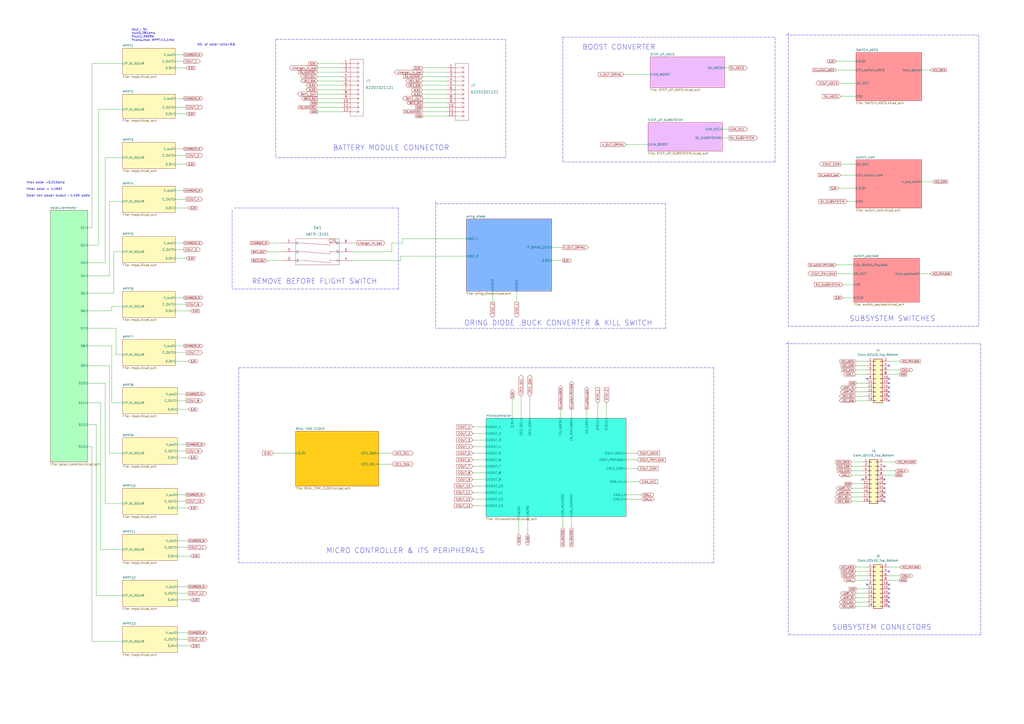
<source format=kicad_sch>
(kicad_sch (version 20211123) (generator eeschema)
  (paper "A2")
  (lib_symbols
    (symbol "2023-02-15_06-51-58:62201021121" (pin_names (offset 0.254) hide)
      (property "Reference" "J2" (at 13.97 -10.16 0))
      (property "Value" "62201021121" (at 13.97 -13.97 0))
      (symbol "62201021121_1_1"
        (pin unspecified line (at 0 0 0) (length 5.08) (name "1") (number "1"))
        (pin unspecified line (at 0 -22.86 0) (length 5.08) (name "10") (number "10"))
        (pin unspecified line (at 0 -25.4 0) (length 5.08) (name "11") (number "11"))
        (pin unspecified line (at 0 -27.94 0) (length 5.08) (name "12") (number "12"))
        (pin unspecified line (at 0 -2.54 0) (length 5.08) (name "2") (number "2"))
        (pin unspecified line (at 0 -5.08 0) (length 5.08) (name "3") (number "3"))
        (pin unspecified line (at 0 -7.62 0) (length 5.08) (name "4") (number "4"))
        (pin unspecified line (at 0 -10.16 0) (length 5.08) (name "5") (number "5"))
        (pin unspecified line (at 0 -12.7 0) (length 5.08) (name "6") (number "6"))
        (pin unspecified line (at 0 -15.24 0) (length 5.08) (name "7") (number "7"))
        (pin unspecified line (at 0 -17.78 0) (length 5.08) (name "8") (number "8"))
        (pin unspecified line (at 0 -20.32 0) (length 5.08) (name "9") (number "9"))
      )
    )
    (symbol "2023-02-20_09-50-45:A6FR-3101" (pin_names (offset 0.254))
      (property "Reference" "SW" (at 20.32 7.62 0))
      (property "Value" "A6FR-3101" (at 20.32 5.08 0))
      (symbol "A6FR-3101_0_0"
        (text "ON" (at 29.21 1.27 0) (effects (font (size 2.0828 2.0828))))
      )
      (symbol "A6FR-3101_1_1"
        (pin unspecified line (at 0 0 0) (length 7.62) (name "1") (number "1"))
        (pin unspecified line (at 0 -5.08 0) (length 7.62) (name "2") (number "2"))
        (pin unspecified line (at 0 -10.16 0) (length 7.62) (name "3") (number "3"))
        (pin unspecified line (at 40.64 -10.16 180) (length 7.62) (name "4") (number "4"))
        (pin unspecified line (at 40.64 -5.08 180) (length 7.62) (name "5") (number "5"))
        (pin unspecified line (at 40.64 0 180) (length 7.62) (name "6") (number "6"))
      )
    )
    (symbol "Conn_02x10_Top_Bottom_1" (pin_names (offset 1.016) hide)
      (property "Reference" "J4" (at 1.27 16.51 0))
      (property "Value" "Conn_02x10_Top_Bottom_1" (at 1.27 13.97 0))
      (symbol "Conn_02x10_Top_Bottom_1_1_1"
        (pin passive line (at -5.08 10.16 0) (length 3.81) (name "Pin_1") (number "1"))
        (pin passive line (at 7.62 0 180) (length 3.81) (name "Pin_10") (number "10"))
        (pin passive line (at -5.08 -2.54 0) (length 3.81) (name "Pin_11") (number "11"))
        (pin passive line (at 7.62 -2.54 180) (length 3.81) (name "Pin_12") (number "12"))
        (pin passive line (at -5.08 -5.08 0) (length 3.81) (name "Pin_13") (number "13"))
        (pin passive line (at 7.62 -5.08 180) (length 3.81) (name "Pin_14") (number "14"))
        (pin passive line (at -5.08 -7.62 0) (length 3.81) (name "Pin_15") (number "15"))
        (pin passive line (at 7.62 -7.62 180) (length 3.81) (name "Pin_16") (number "16"))
        (pin passive line (at -5.08 -10.16 0) (length 3.81) (name "Pin_17") (number "17"))
        (pin passive line (at 7.62 -10.16 180) (length 3.81) (name "Pin_18") (number "18"))
        (pin passive line (at -5.08 -12.7 0) (length 3.81) (name "Pin_19") (number "19"))
        (pin passive line (at 7.62 10.16 180) (length 3.81) (name "Pin_2") (number "2"))
        (pin passive line (at 7.62 -12.7 180) (length 3.81) (name "Pin_20") (number "20"))
        (pin passive line (at -5.08 7.62 0) (length 3.81) (name "Pin_3") (number "3"))
        (pin passive line (at 7.62 7.62 180) (length 3.81) (name "Pin_4") (number "4"))
        (pin passive line (at -5.08 5.08 0) (length 3.81) (name "Pin_5") (number "5"))
        (pin passive line (at 7.62 5.08 180) (length 3.81) (name "Pin_6") (number "6"))
        (pin passive line (at -5.08 2.54 0) (length 3.81) (name "Pin_7") (number "7"))
        (pin passive line (at 7.62 2.54 180) (length 3.81) (name "Pin_8") (number "8"))
        (pin passive line (at -5.08 0 0) (length 3.81) (name "Pin_9") (number "9"))
      )
    )
  )
  (no_connect (at 513.08 285.75))
  (no_connect (at 515.62 222.25))
  (no_connect (at 515.62 346.71))
  (no_connect (at 515.62 341.63))
  (no_connect (at 513.08 288.29))
  (no_connect (at 515.62 224.79))
  (no_connect (at 515.62 232.41))
  (no_connect (at 515.62 212.09))
  (no_connect (at 515.62 349.25))
  (no_connect (at 513.08 278.13))
  (no_connect (at 515.62 229.87))
  (no_connect (at 515.62 219.71))
  (no_connect (at 502.92 339.09))
  (no_connect (at 515.62 339.09))
  (no_connect (at 502.92 219.71))
  (no_connect (at 513.08 280.67))
  (no_connect (at 515.62 331.47))
  (no_connect (at 500.38 278.13))
  (no_connect (at 515.62 351.79))
  (no_connect (at 513.08 283.21))
  (no_connect (at 513.08 290.83))
  (no_connect (at 513.08 270.51))
  (no_connect (at 515.62 227.33))
  (no_connect (at 515.62 344.17))
  (wire (pts (xy 361.95 43.18) (xy 377.19 43.18)))
  (wire (pts (xy 419.1 74.93) (xy 422.91 74.93)))
  (wire (pts (xy 64.77 233.68) (xy 71.12 233.68)))
  (wire (pts (xy 245.11 39.37) (xy 259.08 39.37)))
  (wire (pts (xy 485.14 153.67) (xy 495.3 153.67)))
  (wire (pts (xy 50.8 246.38) (xy 55.88 246.38)))
  (wire (pts (xy 245.11 52.07) (xy 259.08 52.07)))
  (wire (pts (xy 494.03 280.67) (xy 500.38 280.67)))
  (wire (pts (xy 307.34 229.87) (xy 307.34 242.57)))
  (wire (pts (xy 101.6 110.49) (xy 106.68 110.49)))
  (wire (pts (xy 515.62 328.93) (xy 521.97 328.93)))
  (wire (pts (xy 245.11 54.61) (xy 259.08 54.61)))
  (wire (pts (xy 204.47 146.05) (xy 227.33 146.05)))
  (wire (pts (xy 494.03 270.51) (xy 500.38 270.51)))
  (polyline (pts (xy 449.58 21.59) (xy 449.58 93.98)))
  (wire (pts (xy 363.22 266.7) (xy 369.57 266.7)))
  (wire (pts (xy 274.32 289.56) (xy 281.94 289.56)))
  (wire (pts (xy 496.57 349.25) (xy 502.92 349.25)))
  (wire (pts (xy 154.94 151.13) (xy 163.83 151.13)))
  (wire (pts (xy 485.14 40.64) (xy 496.57 40.64)))
  (polyline (pts (xy 138.43 213.36) (xy 414.02 213.36)))
  (wire (pts (xy 274.32 262.89) (xy 281.94 262.89)))
  (polyline (pts (xy 414.02 326.39) (xy 138.43 326.39)))
  (wire (pts (xy 184.15 62.23) (xy 198.12 62.23)))
  (wire (pts (xy 101.6 35.56) (xy 106.68 35.56)))
  (wire (pts (xy 245.11 41.91) (xy 259.08 41.91)))
  (wire (pts (xy 53.34 132.08) (xy 53.34 36.83)))
  (wire (pts (xy 50.8 200.66) (xy 64.77 200.66)))
  (wire (pts (xy 50.8 132.08) (xy 53.34 132.08)))
  (wire (pts (xy 245.11 57.15) (xy 259.08 57.15)))
  (polyline (pts (xy 414.02 213.36) (xy 414.02 326.39)))
  (polyline (pts (xy 160.02 22.86) (xy 160.02 91.44)))
  (wire (pts (xy 184.15 46.99) (xy 198.12 46.99)))
  (wire (pts (xy 274.32 266.7) (xy 281.94 266.7)))
  (wire (pts (xy 487.68 95.25) (xy 496.57 95.25)))
  (polyline (pts (xy 252.73 116.84) (xy 252.73 190.5)))
  (wire (pts (xy 274.32 285.75) (xy 281.94 285.75)))
  (polyline (pts (xy 386.08 190.5) (xy 252.73 190.5)))
  (wire (pts (xy 496.57 229.87) (xy 502.92 229.87)))
  (wire (pts (xy 494.03 267.97) (xy 500.38 267.97)))
  (wire (pts (xy 513.08 267.97) (xy 519.43 267.97)))
  (wire (pts (xy 419.1 80.01) (xy 422.91 80.01)))
  (polyline (pts (xy 134.62 121.92) (xy 134.62 167.64)))
  (wire (pts (xy 102.87 228.6) (xy 107.95 228.6)))
  (wire (pts (xy 102.87 290.83) (xy 107.95 290.83)))
  (wire (pts (xy 274.32 251.46) (xy 281.94 251.46)))
  (wire (pts (xy 53.34 36.83) (xy 71.12 36.83)))
  (wire (pts (xy 363.22 83.82) (xy 375.92 83.82)))
  (wire (pts (xy 363.22 271.78) (xy 369.57 271.78)))
  (wire (pts (xy 227.33 140.97) (xy 233.68 140.97)))
  (wire (pts (xy 102.87 344.17) (xy 109.22 344.17)))
  (wire (pts (xy 274.32 255.27) (xy 281.94 255.27)))
  (wire (pts (xy 55.88 246.38) (xy 55.88 345.44)))
  (wire (pts (xy 64.77 180.34) (xy 64.77 177.8)))
  (wire (pts (xy 515.62 214.63) (xy 521.97 214.63)))
  (wire (pts (xy 184.15 49.53) (xy 198.12 49.53)))
  (wire (pts (xy 184.15 57.15) (xy 198.12 57.15)))
  (polyline (pts (xy 455.93 20.32) (xy 567.69 20.32)))
  (wire (pts (xy 299.72 168.91) (xy 299.72 175.26)))
  (wire (pts (xy 515.62 209.55) (xy 521.97 209.55)))
  (wire (pts (xy 67.31 205.74) (xy 71.12 205.74)))
  (wire (pts (xy 496.57 222.25) (xy 502.92 222.25)))
  (wire (pts (xy 227.33 146.05) (xy 227.33 140.97)))
  (wire (pts (xy 58.42 233.68) (xy 58.42 318.77)))
  (wire (pts (xy 102.87 237.49) (xy 109.22 237.49)))
  (wire (pts (xy 101.6 204.47) (xy 107.95 204.47)))
  (wire (pts (xy 515.62 336.55) (xy 521.97 336.55)))
  (wire (pts (xy 488.95 165.1) (xy 495.3 165.1)))
  (wire (pts (xy 101.6 120.65) (xy 109.22 120.65)))
  (wire (pts (xy 494.03 283.21) (xy 500.38 283.21)))
  (wire (pts (xy 487.68 55.88) (xy 496.57 55.88)))
  (wire (pts (xy 101.6 66.04) (xy 107.95 66.04)))
  (wire (pts (xy 53.34 259.08) (xy 53.34 372.11)))
  (wire (pts (xy 101.6 86.36) (xy 106.68 86.36)))
  (wire (pts (xy 494.03 285.75) (xy 500.38 285.75)))
  (wire (pts (xy 101.6 144.78) (xy 106.68 144.78)))
  (wire (pts (xy 496.57 214.63) (xy 502.92 214.63)))
  (wire (pts (xy 67.31 190.5) (xy 67.31 205.74)))
  (wire (pts (xy 158.75 262.89) (xy 171.45 262.89)))
  (wire (pts (xy 57.15 142.24) (xy 57.15 63.5)))
  (wire (pts (xy 496.57 328.93) (xy 502.92 328.93)))
  (wire (pts (xy 485.14 35.56) (xy 496.57 35.56)))
  (wire (pts (xy 156.21 140.97) (xy 163.83 140.97)))
  (wire (pts (xy 64.77 177.8) (xy 71.12 177.8)))
  (wire (pts (xy 363.22 289.56) (xy 372.11 289.56)))
  (wire (pts (xy 50.8 180.34) (xy 64.77 180.34)))
  (wire (pts (xy 63.5 116.84) (xy 71.12 116.84)))
  (wire (pts (xy 488.95 172.72) (xy 495.3 172.72)))
  (wire (pts (xy 50.8 259.08) (xy 53.34 259.08)))
  (polyline (pts (xy 386.08 118.11) (xy 386.08 190.5)))
  (wire (pts (xy 302.26 229.87) (xy 302.26 242.57)))
  (wire (pts (xy 50.8 212.09) (xy 63.5 212.09)))
  (wire (pts (xy 101.6 90.17) (xy 107.95 90.17)))
  (wire (pts (xy 245.11 46.99) (xy 259.08 46.99)))
  (wire (pts (xy 496.57 334.01) (xy 502.92 334.01)))
  (wire (pts (xy 496.57 336.55) (xy 502.92 336.55)))
  (wire (pts (xy 496.57 209.55) (xy 502.92 209.55)))
  (wire (pts (xy 101.6 180.34) (xy 110.49 180.34)))
  (wire (pts (xy 50.8 142.24) (xy 57.15 142.24)))
  (wire (pts (xy 102.87 370.84) (xy 109.22 370.84)))
  (wire (pts (xy 496.57 341.63) (xy 502.92 341.63)))
  (wire (pts (xy 66.04 146.05) (xy 71.12 146.05)))
  (wire (pts (xy 274.32 278.13) (xy 281.94 278.13)))
  (wire (pts (xy 184.15 36.83) (xy 198.12 36.83)))
  (polyline (pts (xy 457.2 198.12) (xy 457.2 368.3)))
  (wire (pts (xy 101.6 200.66) (xy 106.68 200.66)))
  (wire (pts (xy 101.6 39.37) (xy 107.95 39.37)))
  (wire (pts (xy 184.15 41.91) (xy 198.12 41.91)))
  (wire (pts (xy 50.8 222.25) (xy 60.96 222.25)))
  (wire (pts (xy 533.4 158.75) (xy 539.75 158.75)))
  (wire (pts (xy 363.22 279.4) (xy 370.84 279.4)))
  (wire (pts (xy 60.96 222.25) (xy 60.96 292.1)))
  (wire (pts (xy 204.47 151.13) (xy 232.41 151.13)))
  (wire (pts (xy 232.41 148.59) (xy 270.51 148.59)))
  (wire (pts (xy 496.57 351.79) (xy 502.92 351.79)))
  (wire (pts (xy 58.42 318.77) (xy 71.12 318.77)))
  (wire (pts (xy 306.07 299.72) (xy 306.07 309.88)))
  (wire (pts (xy 274.32 293.37) (xy 281.94 293.37)))
  (wire (pts (xy 496.57 232.41) (xy 502.92 232.41)))
  (wire (pts (xy 184.15 52.07) (xy 198.12 52.07)))
  (wire (pts (xy 245.11 49.53) (xy 259.08 49.53)))
  (wire (pts (xy 101.6 176.53) (xy 107.95 176.53)))
  (wire (pts (xy 245.11 67.31) (xy 259.08 67.31)))
  (wire (pts (xy 184.15 64.77) (xy 198.12 64.77)))
  (wire (pts (xy 363.22 287.02) (xy 372.11 287.02)))
  (wire (pts (xy 63.5 212.09) (xy 63.5 262.89)))
  (wire (pts (xy 102.87 374.65) (xy 110.49 374.65)))
  (polyline (pts (xy 135.89 120.65) (xy 231.14 120.65)))
  (wire (pts (xy 184.15 54.61) (xy 198.12 54.61)))
  (wire (pts (xy 245.11 64.77) (xy 259.08 64.77)))
  (wire (pts (xy 274.32 274.32) (xy 281.94 274.32)))
  (wire (pts (xy 496.57 224.79) (xy 502.92 224.79)))
  (polyline (pts (xy 457.2 19.05) (xy 457.2 189.23)))
  (wire (pts (xy 102.87 367.03) (xy 109.22 367.03)))
  (wire (pts (xy 331.47 237.49) (xy 331.47 242.57)))
  (wire (pts (xy 60.96 152.4) (xy 60.96 91.44)))
  (wire (pts (xy 102.87 322.58) (xy 110.49 322.58)))
  (wire (pts (xy 534.67 40.64) (xy 539.75 40.64)))
  (wire (pts (xy 491.49 116.84) (xy 496.57 116.84)))
  (wire (pts (xy 325.12 237.49) (xy 325.12 242.57)))
  (wire (pts (xy 184.15 39.37) (xy 198.12 39.37)))
  (polyline (pts (xy 160.02 22.86) (xy 293.37 22.86)))
  (wire (pts (xy 245.11 62.23) (xy 259.08 62.23)))
  (wire (pts (xy 50.8 190.5) (xy 67.31 190.5)))
  (wire (pts (xy 496.57 227.33) (xy 502.92 227.33)))
  (wire (pts (xy 102.87 340.36) (xy 109.22 340.36)))
  (wire (pts (xy 102.87 232.41) (xy 107.95 232.41)))
  (wire (pts (xy 50.8 160.02) (xy 63.5 160.02)))
  (wire (pts (xy 101.6 62.23) (xy 107.95 62.23)))
  (wire (pts (xy 486.41 48.26) (xy 496.57 48.26)))
  (polyline (pts (xy 326.39 21.59) (xy 326.39 93.98)))
  (wire (pts (xy 102.87 265.43) (xy 109.22 265.43)))
  (wire (pts (xy 102.87 347.98) (xy 110.49 347.98)))
  (wire (pts (xy 63.5 262.89) (xy 71.12 262.89)))
  (wire (pts (xy 184.15 44.45) (xy 198.12 44.45)))
  (polyline (pts (xy 231.14 167.64) (xy 134.62 167.64)))
  (wire (pts (xy 50.8 152.4) (xy 60.96 152.4)))
  (wire (pts (xy 101.6 31.75) (xy 106.68 31.75)))
  (wire (pts (xy 320.04 151.13) (xy 326.39 151.13)))
  (wire (pts (xy 184.15 59.69) (xy 198.12 59.69)))
  (wire (pts (xy 485.14 158.75) (xy 495.3 158.75)))
  (wire (pts (xy 486.41 109.22) (xy 496.57 109.22)))
  (wire (pts (xy 513.08 275.59) (xy 519.43 275.59)))
  (wire (pts (xy 331.47 299.72) (xy 331.47 306.07)))
  (polyline (pts (xy 568.96 368.3) (xy 457.2 368.3)))
  (wire (pts (xy 326.39 299.72) (xy 326.39 306.07)))
  (wire (pts (xy 66.04 170.18) (xy 66.04 146.05)))
  (wire (pts (xy 351.79 233.68) (xy 351.79 242.57)))
  (wire (pts (xy 487.68 101.6) (xy 496.57 101.6)))
  (wire (pts (xy 274.32 281.94) (xy 281.94 281.94)))
  (wire (pts (xy 219.71 262.89) (xy 227.33 262.89)))
  (wire (pts (xy 274.32 247.65) (xy 281.94 247.65)))
  (polyline (pts (xy 293.37 91.44) (xy 160.02 91.44)))
  (wire (pts (xy 340.36 237.49) (xy 340.36 242.57)))
  (wire (pts (xy 101.6 140.97) (xy 106.68 140.97)))
  (wire (pts (xy 50.8 233.68) (xy 58.42 233.68)))
  (wire (pts (xy 102.87 257.81) (xy 107.95 257.81)))
  (wire (pts (xy 245.11 44.45) (xy 259.08 44.45)))
  (wire (pts (xy 101.6 209.55) (xy 109.22 209.55)))
  (polyline (pts (xy 568.96 199.39) (xy 568.96 368.3)))
  (wire (pts (xy 515.62 334.01) (xy 521.97 334.01)))
  (wire (pts (xy 57.15 63.5) (xy 71.12 63.5)))
  (polyline (pts (xy 567.69 20.32) (xy 567.69 189.23)))
  (wire (pts (xy 53.34 372.11) (xy 71.12 372.11)))
  (wire (pts (xy 102.87 313.69) (xy 109.22 313.69)))
  (wire (pts (xy 233.68 138.43) (xy 270.51 138.43)))
  (wire (pts (xy 274.32 270.51) (xy 281.94 270.51)))
  (wire (pts (xy 101.6 172.72) (xy 106.68 172.72)))
  (wire (pts (xy 101.6 57.15) (xy 106.68 57.15)))
  (wire (pts (xy 204.47 140.97) (xy 207.01 140.97)))
  (wire (pts (xy 102.87 317.5) (xy 109.22 317.5)))
  (polyline (pts (xy 449.58 93.98) (xy 326.39 93.98)))
  (wire (pts (xy 496.57 217.17) (xy 502.92 217.17)))
  (wire (pts (xy 363.22 262.89) (xy 369.57 262.89)))
  (wire (pts (xy 297.18 231.14) (xy 297.18 242.57)))
  (wire (pts (xy 496.57 344.17) (xy 502.92 344.17)))
  (wire (pts (xy 346.71 233.68) (xy 346.71 242.57)))
  (wire (pts (xy 102.87 287.02) (xy 107.95 287.02)))
  (wire (pts (xy 60.96 292.1) (xy 71.12 292.1)))
  (wire (pts (xy 496.57 346.71) (xy 502.92 346.71)))
  (polyline (pts (xy 252.73 118.11) (xy 386.08 118.11)))
  (wire (pts (xy 63.5 160.02) (xy 63.5 116.84)))
  (wire (pts (xy 513.08 273.05) (xy 519.43 273.05)))
  (polyline (pts (xy 567.69 189.23) (xy 457.2 189.23)))
  (wire (pts (xy 496.57 331.47) (xy 502.92 331.47)))
  (polyline (pts (xy 326.39 21.59) (xy 449.58 21.59)))
  (wire (pts (xy 496.57 212.09) (xy 502.92 212.09)))
  (wire (pts (xy 285.75 168.91) (xy 285.75 175.26)))
  (wire (pts (xy 50.8 170.18) (xy 66.04 170.18)))
  (wire (pts (xy 245.11 59.69) (xy 259.08 59.69)))
  (wire (pts (xy 320.04 143.51) (xy 326.39 143.51)))
  (polyline (pts (xy 231.14 120.65) (xy 231.14 167.64)))
  (wire (pts (xy 420.37 39.37) (xy 422.91 39.37)))
  (wire (pts (xy 300.99 299.72) (xy 300.99 309.88)))
  (polyline (pts (xy 455.93 199.39) (xy 568.96 199.39)))
  (wire (pts (xy 219.71 269.24) (xy 227.33 269.24)))
  (wire (pts (xy 534.67 105.41) (xy 541.02 105.41)))
  (wire (pts (xy 494.03 288.29) (xy 500.38 288.29)))
  (wire (pts (xy 494.03 275.59) (xy 500.38 275.59)))
  (wire (pts (xy 101.6 115.57) (xy 107.95 115.57)))
  (wire (pts (xy 102.87 294.64) (xy 109.22 294.64)))
  (wire (pts (xy 154.94 146.05) (xy 163.83 146.05)))
  (wire (pts (xy 494.03 273.05) (xy 500.38 273.05)))
  (wire (pts (xy 64.77 200.66) (xy 64.77 233.68)))
  (wire (pts (xy 101.6 149.86) (xy 107.95 149.86)))
  (wire (pts (xy 232.41 148.59) (xy 232.41 151.13)))
  (polyline (pts (xy 293.37 22.86) (xy 293.37 91.44)))
  (wire (pts (xy 515.62 217.17) (xy 521.97 217.17)))
  (wire (pts (xy 55.88 345.44) (xy 71.12 345.44)))
  (wire (pts (xy 233.68 140.97) (xy 233.68 138.43)))
  (wire (pts (xy 60.96 91.44) (xy 71.12 91.44)))
  (wire (pts (xy 494.03 290.83) (xy 500.38 290.83)))
  (wire (pts (xy 274.32 259.08) (xy 281.94 259.08)))
  (wire (pts (xy 102.87 261.62) (xy 107.95 261.62)))
  (wire (pts (xy 101.6 95.25) (xy 107.95 95.25)))
  (polyline (pts (xy 138.43 213.36) (xy 138.43 326.39)))
  (text "SUBSYSTEM SWITCHES" (at 492.76 186.69 0) (effects (font (size 3 3)) (justify left bottom)))
  (text "Vout : 5V\nIout:0.281amp\nPout:1.3909W\nPconsumed MPPT:14.1mW" (at 76.2 24.13 0) (effects (font (size 1.27 1.27)) (justify left bottom)))
  (text "Imax solar =0.315amp" (at 15.24 106.68 0) (effects (font (size 1.27 1.27)) (justify left bottom)))
  (text "Solar cell power output : 1.405 watts" (at 15.24 114.3 0) (effects (font (size 1.27 1.27)) (justify left bottom)))
  (text "MICRO CONTROLLER & ITS PERIPHERALS" (at 189.23 321.31 0) (effects (font (size 3 3)) (justify left bottom)))
  (text "ORING DIODE ,BUCK CONVERTER & KILL SWITCH" (at 269.24 189.23 0) (effects (font (size 3 3)) (justify left bottom)))
  (text "BOOST CONVERTER" (at 337.82 29.21 0) (effects (font (size 3 3)) (justify left bottom)))
  (text "SUBSYSTEM CONNECTORS" (at 482.6 365.76 0) (effects (font (size 3 3)) (justify left bottom)))
  (text "NO. of solar cells=9.6\n" (at 114.3 26.67 0) (effects (font (size 1.27 1.27)) (justify left bottom)))
  (text "Vmax solar = 4.460V" (at 15.24 110.49 0) (effects (font (size 1.27 1.27)) (justify left bottom)))
  (text "BATTERY MODULE CONNECTOR" (at 193.04 87.63 0) (effects (font (size 3 3)) (justify left bottom)))
  (text "REMOVE BEFORE FLIGHT SWITCH" (at 146.05 165.1 0) (effects (font (size 3 3)) (justify left bottom)))
  (global_label "5V_SUBSYSTEM" (shape input) (at 491.49 116.84 180) (property "Intersheet References" "${INTERSHEET_REFS}" (effects hide)))
  (global_label "CHARGER_IN" (shape output) (at 106.68 31.75 0) (effects (font (size 1 1))) (property "Intersheet References" "${INTERSHEET_REFS}" (effects hide)))
  (global_label "I2C1_SCL" (shape bidirectional) (at 496.57 349.25 180) (effects (font (size 1 1))) (property "Intersheet References" "${INTERSHEET_REFS}" (effects hide)))
  (global_label "STAT_1" (shape output) (at 299.72 175.26 270) (property "Intersheet References" "${INTERSHEET_REFS}" (effects hide)))
  (global_label "BAT2_OUT" (shape input) (at 154.94 151.13 180) (effects (font (size 1 1))) (property "Intersheet References" "${INTERSHEET_REFS}" (effects hide)))
  (global_label "EN_HEATER2" (shape input) (at 245.11 64.77 180) (effects (font (size 1 1))) (property "Intersheet References" "${INTERSHEET_REFS}" (effects hide)))
  (global_label "V_OUT_ORING" (shape input) (at 361.95 43.18 180) (property "Intersheet References" "${INTERSHEET_REFS}" (effects hide)))
  (global_label "3.3V" (shape input) (at 107.95 39.37 0) (effects (font (size 1 1))) (property "Intersheet References" "${INTERSHEET_REFS}" (effects hide)))
  (global_label "COUT_10" (shape input) (at 274.32 281.94 180) (property "Intersheet References" "${INTERSHEET_REFS}" (effects hide)))
  (global_label "3.3V" (shape input) (at 488.95 172.72 180) (effects (font (size 1 1))) (property "Intersheet References" "${INTERSHEET_REFS}" (effects hide)))
  (global_label "3.3V" (shape input) (at 110.49 180.34 0) (effects (font (size 1 1))) (property "Intersheet References" "${INTERSHEET_REFS}" (effects hide)))
  (global_label "GND" (shape passive) (at 245.11 67.31 180) (effects (font (size 1 1))) (property "Intersheet References" "${INTERSHEET_REFS}" (effects hide)))
  (global_label "COUT_12" (shape input) (at 274.32 289.56 180) (property "Intersheet References" "${INTERSHEET_REFS}" (effects hide)))
  (global_label "VCC_PAYLOAD" (shape input) (at 521.97 209.55 0) (effects (font (size 1 1))) (property "Intersheet References" "${INTERSHEET_REFS}" (effects hide)))
  (global_label "3.3V" (shape input) (at 485.14 35.56 180) (effects (font (size 1 1))) (property "Intersheet References" "${INTERSHEET_REFS}" (effects hide)))
  (global_label "COUT_ADCS" (shape output) (at 486.41 48.26 180) (property "Intersheet References" "${INTERSHEET_REFS}" (effects hide)))
  (global_label "CAN_H" (shape bidirectional) (at 521.97 214.63 0) (effects (font (size 1 1))) (property "Intersheet References" "${INTERSHEET_REFS}" (effects hide)))
  (global_label "ALM2" (shape bidirectional) (at 306.07 309.88 270) (effects (font (size 1 1))) (property "Intersheet References" "${INTERSHEET_REFS}" (effects hide)))
  (global_label "CHARGER_IN" (shape output) (at 107.95 228.6 0) (effects (font (size 1 1))) (property "Intersheet References" "${INTERSHEET_REFS}" (effects hide)))
  (global_label "I2C1_SDA" (shape bidirectional) (at 496.57 232.41 180) (effects (font (size 1 1))) (property "Intersheet References" "${INTERSHEET_REFS}" (effects hide)))
  (global_label "CHARGER_IN" (shape output) (at 109.22 313.69 0) (effects (font (size 1 1))) (property "Intersheet References" "${INTERSHEET_REFS}" (effects hide)))
  (global_label "3.3V" (shape input) (at 158.75 262.89 180) (property "Intersheet References" "${INTERSHEET_REFS}" (effects hide)))
  (global_label "3.3V" (shape input) (at 109.22 294.64 0) (effects (font (size 1 1))) (property "Intersheet References" "${INTERSHEET_REFS}" (effects hide)))
  (global_label "VCC_COM" (shape input) (at 496.57 212.09 180) (effects (font (size 1 1))) (property "Intersheet References" "${INTERSHEET_REFS}" (effects hide)))
  (global_label "V_OUT_ORING" (shape input) (at 363.22 83.82 180) (property "Intersheet References" "${INTERSHEET_REFS}" (effects hide)))
  (global_label "BAT2_OUT" (shape output) (at 245.11 59.69 180) (effects (font (size 1 1))) (property "Intersheet References" "${INTERSHEET_REFS}" (effects hide)))
  (global_label "COUT_7" (shape input) (at 274.32 270.51 180) (property "Intersheet References" "${INTERSHEET_REFS}" (effects hide)))
  (global_label "UART_TX" (shape bidirectional) (at 496.57 224.79 180) (effects (font (size 1 1))) (property "Intersheet References" "${INTERSHEET_REFS}" (effects hide)))
  (global_label "I2C1_SDA" (shape bidirectional) (at 184.15 46.99 180) (effects (font (size 1 1))) (property "Intersheet References" "${INTERSHEET_REFS}" (effects hide)))
  (global_label "COUT_1" (shape output) (at 106.68 35.56 0) (property "Intersheet References" "${INTERSHEET_REFS}" (effects hide)))
  (global_label "CHARGER_IN" (shape output) (at 106.68 200.66 0) (effects (font (size 1 1))) (property "Intersheet References" "${INTERSHEET_REFS}" (effects hide)))
  (global_label "STAT_2" (shape input) (at 351.79 233.68 90) (property "Intersheet References" "${INTERSHEET_REFS}" (effects hide)))
  (global_label "VCC_PAYLOAD" (shape input) (at 521.97 328.93 0) (effects (font (size 1 1))) (property "Intersheet References" "${INTERSHEET_REFS}" (effects hide)))
  (global_label "COUT_2" (shape output) (at 107.95 62.23 0) (property "Intersheet References" "${INTERSHEET_REFS}" (effects hide)))
  (global_label "CAN_L" (shape bidirectional) (at 372.11 287.02 0) (effects (font (size 1 1))) (property "Intersheet References" "${INTERSHEET_REFS}" (effects hide)))
  (global_label "CAN_L" (shape bidirectional) (at 494.03 275.59 180) (effects (font (size 1 1))) (property "Intersheet References" "${INTERSHEET_REFS}" (effects hide)))
  (global_label "3.3V" (shape input) (at 110.49 322.58 0) (effects (font (size 1 1))) (property "Intersheet References" "${INTERSHEET_REFS}" (effects hide)))
  (global_label "COUT_9" (shape input) (at 274.32 278.13 180) (property "Intersheet References" "${INTERSHEET_REFS}" (effects hide)))
  (global_label "CAN_VCC" (shape input) (at 370.84 279.4 0) (property "Intersheet References" "${INTERSHEET_REFS}" (effects hide)))
  (global_label "UART_RX" (shape bidirectional) (at 496.57 346.71 180) (effects (font (size 1 1))) (property "Intersheet References" "${INTERSHEET_REFS}" (effects hide)))
  (global_label "STAT_1" (shape input) (at 346.71 233.68 90) (property "Intersheet References" "${INTERSHEET_REFS}" (effects hide)))
  (global_label "CAN_H" (shape bidirectional) (at 519.43 273.05 0) (effects (font (size 1 1))) (property "Intersheet References" "${INTERSHEET_REFS}" (effects hide)))
  (global_label "EN_HEATER1" (shape input) (at 245.11 44.45 180) (effects (font (size 1 1))) (property "Intersheet References" "${INTERSHEET_REFS}" (effects hide)))
  (global_label "CAN_H" (shape bidirectional) (at 372.11 289.56 0) (effects (font (size 1 1))) (property "Intersheet References" "${INTERSHEET_REFS}" (effects hide)))
  (global_label "3.3V" (shape input) (at 486.41 109.22 180) (effects (font (size 1 1))) (property "Intersheet References" "${INTERSHEET_REFS}" (effects hide)))
  (global_label "CHARGER_IN" (shape output) (at 109.22 367.03 0) (effects (font (size 1 1))) (property "Intersheet References" "${INTERSHEET_REFS}" (effects hide)))
  (global_label "GND" (shape passive) (at 245.11 62.23 180) (effects (font (size 1 1))) (property "Intersheet References" "${INTERSHEET_REFS}" (effects hide)))
  (global_label "ALM1" (shape bidirectional) (at 245.11 52.07 180) (effects (font (size 1 1))) (property "Intersheet References" "${INTERSHEET_REFS}" (effects hide)))
  (global_label "ALM1" (shape bidirectional) (at 300.99 309.88 270) (effects (font (size 1 1))) (property "Intersheet References" "${INTERSHEET_REFS}" (effects hide)))
  (global_label "I2C1_SCL" (shape bidirectional) (at 302.26 229.87 90) (property "Intersheet References" "${INTERSHEET_REFS}" (effects hide)))
  (global_label "charger_in_bat" (shape output) (at 184.15 39.37 180) (property "Intersheet References" "${INTERSHEET_REFS}" (effects hide)))
  (global_label "En_switch_com" (shape input) (at 487.68 101.6 180) (effects (font (size 1 1))) (property "Intersheet References" "${INTERSHEET_REFS}" (effects hide)))
  (global_label "CHARGER_IN" (shape output) (at 106.68 57.15 0) (effects (font (size 1 1))) (property "Intersheet References" "${INTERSHEET_REFS}" (effects hide)))
  (global_label "VCC_COM" (shape input) (at 496.57 331.47 180) (effects (font (size 1 1))) (property "Intersheet References" "${INTERSHEET_REFS}" (effects hide)))
  (global_label "GND" (shape passive) (at 521.97 217.17 0) (effects (font (size 1 1))) (property "Intersheet References" "${INTERSHEET_REFS}" (effects hide)))
  (global_label "En_switch_PAYLOAD" (shape output) (at 331.47 237.49 90) (effects (font (size 1 1))) (property "Intersheet References" "${INTERSHEET_REFS}" (effects hide)))
  (global_label "COUT_8" (shape input) (at 274.32 274.32 180) (property "Intersheet References" "${INTERSHEET_REFS}" (effects hide)))
  (global_label "COUT_3" (shape output) (at 107.95 90.17 0) (property "Intersheet References" "${INTERSHEET_REFS}" (effects hide)))
  (global_label "GND" (shape passive) (at 184.15 59.69 180) (effects (font (size 1 1))) (property "Intersheet References" "${INTERSHEET_REFS}" (effects hide)))
  (global_label "3.3V" (shape input) (at 110.49 374.65 0) (effects (font (size 1 1))) (property "Intersheet References" "${INTERSHEET_REFS}" (effects hide)))
  (global_label "ALM2" (shape bidirectional) (at 245.11 54.61 180) (effects (font (size 1 1))) (property "Intersheet References" "${INTERSHEET_REFS}" (effects hide)))
  (global_label "COUT_6" (shape input) (at 274.32 266.7 180) (property "Intersheet References" "${INTERSHEET_REFS}" (effects hide)))
  (global_label "VCC_CAN" (shape input) (at 496.57 334.01 180) (effects (font (size 1 1))) (property "Intersheet References" "${INTERSHEET_REFS}" (effects hide)))
  (global_label "COUT_11" (shape input) (at 274.32 285.75 180) (property "Intersheet References" "${INTERSHEET_REFS}" (effects hide)))
  (global_label "3.3V" (shape output) (at 326.39 151.13 0) (effects (font (size 1 1))) (property "Intersheet References" "${INTERSHEET_REFS}" (effects hide)))
  (global_label "CHARGER_IN" (shape output) (at 109.22 340.36 0) (effects (font (size 1 1))) (property "Intersheet References" "${INTERSHEET_REFS}" (effects hide)))
  (global_label "COUT_COM" (shape output) (at 487.68 95.25 180) (property "Intersheet References" "${INTERSHEET_REFS}" (effects hide)))
  (global_label "VCC_COM" (shape input) (at 541.02 105.41 0) (effects (font (size 1 1))) (property "Intersheet References" "${INTERSHEET_REFS}" (effects hide)))
  (global_label "COUT_13" (shape output) (at 109.22 370.84 0) (property "Intersheet References" "${INTERSHEET_REFS}" (effects hide)))
  (global_label "3.3V" (shape input) (at 184.15 36.83 180) (effects (font (size 1 1))) (property "Intersheet References" "${INTERSHEET_REFS}" (effects hide)))
  (global_label "CAN_L" (shape bidirectional) (at 496.57 336.55 180) (effects (font (size 1 1))) (property "Intersheet References" "${INTERSHEET_REFS}" (effects hide)))
  (global_label "COUT_4" (shape output) (at 107.95 115.57 0) (property "Intersheet References" "${INTERSHEET_REFS}" (effects hide)))
  (global_label "I2C1_SDA" (shape bidirectional) (at 496.57 351.79 180) (effects (font (size 1 1))) (property "Intersheet References" "${INTERSHEET_REFS}" (effects hide)))
  (global_label "VCC_PAYLOAD" (shape input) (at 519.43 267.97 0) (effects (font (size 1 1))) (property "Intersheet References" "${INTERSHEET_REFS}" (effects hide)))
  (global_label "COUT_11" (shape output) (at 109.22 317.5 0) (property "Intersheet References" "${INTERSHEET_REFS}" (effects hide)))
  (global_label "CHARGER_IN" (shape output) (at 106.68 86.36 0) (effects (font (size 1 1))) (property "Intersheet References" "${INTERSHEET_REFS}" (effects hide)))
  (global_label "VCC_ADCS" (shape input) (at 494.03 267.97 180) (effects (font (size 1 1))) (property "Intersheet References" "${INTERSHEET_REFS}" (effects hide)))
  (global_label "COUT_4" (shape input) (at 274.32 259.08 180) (property "Intersheet References" "${INTERSHEET_REFS}" (effects hide)))
  (global_label "EN_HEATER1" (shape input) (at 331.47 306.07 270) (effects (font (size 1 1))) (property "Intersheet References" "${INTERSHEET_REFS}" (effects hide)))
  (global_label "I2C1_SDA" (shape bidirectional) (at 245.11 49.53 180) (effects (font (size 1 1))) (property "Intersheet References" "${INTERSHEET_REFS}" (effects hide)))
  (global_label "COUT_9" (shape output) (at 107.95 261.62 0) (property "Intersheet References" "${INTERSHEET_REFS}" (effects hide)))
  (global_label "UART_TX" (shape bidirectional) (at 494.03 283.21 180) (effects (font (size 1 1))) (property "Intersheet References" "${INTERSHEET_REFS}" (effects hide)))
  (global_label "COUT_13" (shape input) (at 274.32 293.37 180) (property "Intersheet References" "${INTERSHEET_REFS}" (effects hide)))
  (global_label "5V_SUBSYSTEM" (shape output) (at 422.91 80.01 0) (property "Intersheet References" "${INTERSHEET_REFS}" (effects hide)))
  (global_label "3.3V" (shape input) (at 109.22 265.43 0) (effects (font (size 1 1))) (property "Intersheet References" "${INTERSHEET_REFS}" (effects hide)))
  (global_label "3.3V" (shape input) (at 245.11 39.37 180) (effects (font (size 1 1))) (property "Intersheet References" "${INTERSHEET_REFS}" (effects hide)))
  (global_label "COUT_ADCS" (shape input) (at 369.57 262.89 0) (property "Intersheet References" "${INTERSHEET_REFS}" (effects hide)))
  (global_label "VCC_COM" (shape input) (at 494.03 270.51 180) (effects (font (size 1 1))) (property "Intersheet References" "${INTERSHEET_REFS}" (effects hide)))
  (global_label "I2C1_SCL" (shape bidirectional) (at 245.11 46.99 180) (effects (font (size 1 1))) (property "Intersheet References" "${INTERSHEET_REFS}" (effects hide)))
  (global_label "5V_SUBSYSTEM" (shape input) (at 488.95 165.1 180) (property "Intersheet References" "${INTERSHEET_REFS}" (effects hide)))
  (global_label "VCC_ADCS" (shape input) (at 496.57 328.93 180) (effects (font (size 1 1))) (property "Intersheet References" "${INTERSHEET_REFS}" (effects hide)))
  (global_label "COUT_8" (shape output) (at 107.95 232.41 0) (property "Intersheet References" "${INTERSHEET_REFS}" (effects hide)))
  (global_label "GND" (shape passive) (at 496.57 222.25 180) (effects (font (size 1 1))) (property "Intersheet References" "${INTERSHEET_REFS}" (effects hide)))
  (global_label "3.3V" (shape input) (at 107.95 95.25 0) (effects (font (size 1 1))) (property "Intersheet References" "${INTERSHEET_REFS}" (effects hide)))
  (global_label "COUT_2" (shape input) (at 274.32 251.46 180) (property "Intersheet References" "${INTERSHEET_REFS}" (effects hide)))
  (global_label "COUT_COM" (shape input) (at 369.57 271.78 0) (property "Intersheet References" "${INTERSHEET_REFS}" (effects hide)))
  (global_label "GND" (shape passive) (at 519.43 275.59 0) (effects (font (size 1 1))) (property "Intersheet References" "${INTERSHEET_REFS}" (effects hide)))
  (global_label "COUT_5" (shape output) (at 106.68 144.78 0) (property "Intersheet References" "${INTERSHEET_REFS}" (effects hide)))
  (global_label "BAT1_OUT" (shape output) (at 184.15 54.61 180) (property "Intersheet References" "${INTERSHEET_REFS}" (effects hide)))
  (global_label "VCC_ADCS" (shape input) (at 496.57 209.55 180) (effects (font (size 1 1))) (property "Intersheet References" "${INTERSHEET_REFS}" (effects hide)))
  (global_label "UART_RX" (shape bidirectional) (at 496.57 227.33 180) (effects (font (size 1 1))) (property "Intersheet References" "${INTERSHEET_REFS}" (effects hide)))
  (global_label "COUT_PAYLOAD" (shape input) (at 369.57 266.7 0) (property "Intersheet References" "${INTERSHEET_REFS}" (effects hide)))
  (global_label "I2C1_SCL" (shape bidirectional) (at 184.15 44.45 180) (effects (font (size 1 1))) (property "Intersheet References" "${INTERSHEET_REFS}" (effects hide)))
  (global_label "ALM1" (shape bidirectional) (at 184.15 49.53 180) (effects (font (size 1 1))) (property "Intersheet References" "${INTERSHEET_REFS}" (effects hide)))
  (global_label "3.3V" (shape input) (at 107.95 66.04 0) (effects (font (size 1 1))) (property "Intersheet References" "${INTERSHEET_REFS}" (effects hide)))
  (global_label "COUT_7" (shape output) (at 107.95 204.47 0) (property "Intersheet References" "${INTERSHEET_REFS}" (effects hide)))
  (global_label "En_switch_ADCS" (shape output) (at 325.12 237.49 90) (effects (font (size 1 1))) (property "Intersheet References" "${INTERSHEET_REFS}" (effects hide)))
  (global_label "3.3V" (shape output) (at 297.18 231.14 90) (effects (font (size 1 1))) (property "Intersheet References" "${INTERSHEET_REFS}" (effects hide)))
  (global_label "EN_HEATER2" (shape input) (at 326.39 306.07 270) (effects (font (size 1 1))) (property "Intersheet References" "${INTERSHEET_REFS}" (effects hide)))
  (global_label "COUT_10" (shape output) (at 107.95 290.83 0) (property "Intersheet References" "${INTERSHEET_REFS}" (effects hide)))
  (global_label "GND" (shape passive) (at 521.97 336.55 0) (effects (font (size 1 1))) (property "Intersheet References" "${INTERSHEET_REFS}" (effects hide)))
  (global_label "GND" (shape passive) (at 184.15 64.77 180) (effects (font (size 1 1))) (property "Intersheet References" "${INTERSHEET_REFS}" (effects hide)))
  (global_label "I2C1_SCL" (shape bidirectional) (at 494.03 288.29 180) (effects (font (size 1 1))) (property "Intersheet References" "${INTERSHEET_REFS}" (effects hide)))
  (global_label "CHARGER_IN" (shape output) (at 106.68 172.72 0) (effects (font (size 1 1))) (property "Intersheet References" "${INTERSHEET_REFS}" (effects hide)))
  (global_label "5V_ADCS" (shape input) (at 487.68 55.88 180) (property "Intersheet References" "${INTERSHEET_REFS}" (effects hide)))
  (global_label "En_switch_com" (shape output) (at 340.36 237.49 90) (effects (font (size 1 1))) (property "Intersheet References" "${INTERSHEET_REFS}" (effects hide)))
  (global_label "CAN_VCC" (shape output) (at 422.91 74.93 0) (property "Intersheet References" "${INTERSHEET_REFS}" (effects hide)))
  (global_label "COUT_3" (shape input) (at 274.32 255.27 180) (property "Intersheet References" "${INTERSHEET_REFS}" (effects hide)))
  (global_label "BAT2_OUT" (shape output) (at 184.15 57.15 180) (effects (font (size 1 1))) (property "Intersheet References" "${INTERSHEET_REFS}" (effects hide)))
  (global_label "I2C1_SDA" (shape bidirectional) (at 227.33 269.24 0) (property "Intersheet References" "${INTERSHEET_REFS}" (effects hide)))
  (global_label "CHARGER_IN" (shape output) (at 106.68 110.49 0) (effects (font (size 1 1))) (property "Intersheet References" "${INTERSHEET_REFS}" (effects hide)))
  (global_label "I2C1_SDA" (shape bidirectional) (at 494.03 290.83 180) (effects (font (size 1 1))) (property "Intersheet References" "${INTERSHEET_REFS}" (effects hide)))
  (global_label "3.3V" (shape input) (at 110.49 347.98 0) (effects (font (size 1 1))) (property "Intersheet References" "${INTERSHEET_REFS}" (effects hide)))
  (global_label "EN_HEATER1" (shape input) (at 184.15 41.91 180) (effects (font (size 1 1))) (property "Intersheet References" "${INTERSHEET_REFS}" (effects hide)))
  (global_label "I2C1_SDA" (shape bidirectional) (at 307.34 229.87 90) (property "Intersheet References" "${INTERSHEET_REFS}" (effects hide)))
  (global_label "CAN_H" (shape bidirectional) (at 521.97 334.01 0) (effects (font (size 1 1))) (property "Intersheet References" "${INTERSHEET_REFS}" (effects hide)))
  (global_label "EN_HEATER2" (shape input) (at 184.15 62.23 180) (effects (font (size 1 1))) (property "Intersheet References" "${INTERSHEET_REFS}" (effects hide)))
  (global_label "VCC_ADCS" (shape input) (at 539.75 40.64 0) (effects (font (size 1 1))) (property "Intersheet References" "${INTERSHEET_REFS}" (effects hide)))
  (global_label "charger_in_bat" (shape output) (at 207.01 140.97 0) (property "Intersheet References" "${INTERSHEET_REFS}" (effects hide)))
  (global_label "VCC_CAN" (shape input) (at 494.03 273.05 180) (effects (font (size 1 1))) (property "Intersheet References" "${INTERSHEET_REFS}" (effects hide)))
  (global_label "ALM2" (shape bidirectional) (at 184.15 52.07 180) (effects (font (size 1 1))) (property "Intersheet References" "${INTERSHEET_REFS}" (effects hide)))
  (global_label "COUT_PAYLOAD" (shape output) (at 485.14 158.75 180) (property "Intersheet References" "${INTERSHEET_REFS}" (effects hide)))
  (global_label "BAT1_OUT" (shape output) (at 245.11 57.15 180) (property "Intersheet References" "${INTERSHEET_REFS}" (effects hide)))
  (global_label "V_OUT_ORING" (shape output) (at 326.39 143.51 0) (property "Intersheet References" "${INTERSHEET_REFS}" (effects hide)))
  (global_label "3.3V" (shape input) (at 107.95 149.86 0) (effects (font (size 1 1))) (property "Intersheet References" "${INTERSHEET_REFS}" (effects hide)))
  (global_label "3.3V" (shape input) (at 109.22 237.49 0) (effects (font (size 1 1))) (property "Intersheet References" "${INTERSHEET_REFS}" (effects hide)))
  (global_label "CHARGER_IN" (shape output) (at 106.68 140.97 0) (effects (font (size 1 1))) (property "Intersheet References" "${INTERSHEET_REFS}" (effects hide)))
  (global_label "GND" (shape passive) (at 496.57 341.63 180) (effects (font (size 1 1))) (property "Intersheet References" "${INTERSHEET_REFS}" (effects hide)))
  (global_label "3.3V" (shape input) (at 109.22 209.55 0) (effects (font (size 1 1))) (property "Intersheet References" "${INTERSHEET_REFS}" (effects hide)))
  (global_label "BAT1_OUT" (shape input) (at 154.94 146.05 180) (effects (font (size 1 1))) (property "Intersheet References" "${INTERSHEET_REFS}" (effects hide)))
  (global_label "CHARGER_IN" (shape output) (at 107.95 257.81 0) (effects (font (size 1 1))) (property "Intersheet References" "${INTERSHEET_REFS}" (effects hide)))
  (global_label "UART_RX" (shape bidirectional) (at 494.03 285.75 180) (effects (font (size 1 1))) (property "Intersheet References" "${INTERSHEET_REFS}" (effects hide)))
  (global_label "5V_ADCS" (shape output) (at 422.91 39.37 0) (property "Intersheet References" "${INTERSHEET_REFS}" (effects hide)))
  (global_label "COUT_12" (shape output) (at 109.22 344.17 0) (property "Intersheet References" "${INTERSHEET_REFS}" (effects hide)))
  (global_label "GND" (shape passive) (at 494.03 280.67 180) (effects (font (size 1 1))) (property "Intersheet References" "${INTERSHEET_REFS}" (effects hide)))
  (global_label "COUT_1" (shape input) (at 274.32 247.65 180) (property "Intersheet References" "${INTERSHEET_REFS}" (effects hide)))
  (global_label "CHARGER_IN" (shape output) (at 107.95 287.02 0) (effects (font (size 1 1))) (property "Intersheet References" "${INTERSHEET_REFS}" (effects hide)))
  (global_label "En_switch_PAYLOAD" (shape input) (at 485.14 153.67 180) (effects (font (size 1 1))) (property "Intersheet References" "${INTERSHEET_REFS}" (effects hide)))
  (global_label "COUT_6" (shape output) (at 107.95 176.53 0) (property "Intersheet References" "${INTERSHEET_REFS}" (effects hide)))
  (global_label "STAT_2" (shape output) (at 285.75 175.26 270) (property "Intersheet References" "${INTERSHEET_REFS}" (effects hide)))
  (global_label "En_switch_ADCS" (shape input) (at 485.14 40.64 180) (effects (font (size 1 1))) (property "Intersheet References" "${INTERSHEET_REFS}" (effects hide)))
  (global_label "3.3V" (shape input) (at 109.22 120.65 0) (effects (font (size 1 1))) (property "Intersheet References" "${INTERSHEET_REFS}" (effects hide)))
  (global_label "COUT_5" (shape input) (at 274.32 262.89 180) (property "Intersheet References" "${INTERSHEET_REFS}" (effects hide)))
  (global_label "CAN_L" (shape bidirectional) (at 496.57 217.17 180) (effects (font (size 1 1))) (property "Intersheet References" "${INTERSHEET_REFS}" (effects hide)))
  (global_label "VCC_PAYLOAD" (shape input) (at 539.75 158.75 0) (effects (font (size 1 1))) (property "Intersheet References" "${INTERSHEET_REFS}" (effects hide)))
  (global_label "charger_in_bat" (shape output) (at 245.11 41.91 180) (property "Intersheet References" "${INTERSHEET_REFS}" (effects hide)))
  (global_label "UART_TX" (shape bidirectional) (at 496.57 344.17 180) (effects (font (size 1 1))) (property "Intersheet References" "${INTERSHEET_REFS}" (effects hide)))
  (global_label "I2C1_SCL" (shape bidirectional) (at 496.57 229.87 180) (effects (font (size 1 1))) (property "Intersheet References" "${INTERSHEET_REFS}" (effects hide)))
  (global_label "VCC_CAN" (shape input) (at 496.57 214.63 180) (effects (font (size 1 1))) (property "Intersheet References" "${INTERSHEET_REFS}" (effects hide)))
  (global_label "I2C1_SCL" (shape bidirectional) (at 227.33 262.89 0) (property "Intersheet References" "${INTERSHEET_REFS}" (effects hide)))
  (global_label "CHARGER_IN" (shape input) (at 156.21 140.97 180) (effects (font (size 1 1))) (property "Intersheet References" "${INTERSHEET_REFS}" (effects hide)))
  (symbol (lib_name "Conn_02x10_Top_Bottom_1") (lib_id "Connector_Generic:Conn_02x10_Top_Bottom") (at 505.46 278.13 0) (unit 1)
    (property "Reference" "J3" (at 506.73 261.62 0))
    (property "Value" "Conn_02x10_Top_Bottom" (at 506.73 264.16 0))
    (property "Footprint" "Connector_PinSocket_2.54mm:PinSocket_2x10_P2.54mm_Vertical" (effects hide))
  )
  (symbol (lib_id "2023-02-15_06-51-58:62201021121") (at 198.12 36.83 0) (unit 1)
    (property "Reference" "J?" (at 212.09 46.99 0) (effects (font (size 1.524 1.524)) (justify left)))
    (property "Value" "62201021121" (at 212.09 50.8 0) (effects (font (size 1.524 1.524)) (justify left)))
    (property "Footprint" "Connector_PinHeader_2.00mm:PinHeader_1x12_P2.00mm_Vertical" (effects hide))
  )
  (symbol (lib_id "2023-02-15_06-51-58:62201021121") (at 259.08 39.37 0) (unit 1)
    (property "Reference" "J?" (at 273.05 49.53 0) (effects (font (size 1.524 1.524)) (justify left)))
    (property "Value" "62201021121" (at 273.05 53.34 0) (effects (font (size 1.524 1.524)) (justify left)))
    (property "Footprint" "Connector_PinHeader_2.00mm:PinHeader_1x12_P2.00mm_Vertical" (effects hide))
  )
  (symbol (lib_name "Conn_02x10_Top_Bottom_1") (lib_id "Connector_Generic:Conn_02x10_Top_Bottom") (at 508 219.71 0) (unit 1)
    (property "Reference" "J4" (at 509.27 203.2 0))
    (property "Value" "Conn_02x10_Top_Bottom" (at 509.27 205.74 0))
    (property "Footprint" "Connector_PinSocket_2.54mm:PinSocket_2x10_P2.54mm_Vertical" (effects hide))
  )
  (symbol (lib_name "Conn_02x10_Top_Bottom_1") (lib_id "Connector_Generic:Conn_02x10_Top_Bottom") (at 508 339.09 0) (unit 1)
    (property "Reference" "J5" (at 509.27 322.58 0))
    (property "Value" "Conn_02x10_Top_Bottom" (at 509.27 325.12 0))
    (property "Footprint" "Connector_PinSocket_2.54mm:PinSocket_2x10_P2.54mm_Vertical" (effects hide))
  )
  (symbol (lib_id "2023-02-20_09-50-45:A6FR-3101") (at 163.83 140.97 0) (unit 1)
    (property "Reference" "SW1" (at 184.15 132.08 0) (effects (font (size 1.524 1.524))))
    (property "Value" "A6FR-3101" (at 184.15 135.89 0) (effects (font (size 1.524 1.524))))
    (property "Footprint" "triplle_switch:A6FR-3101" (effects hide))
  )
  (sheet (at 71.12 196.85) (size 30.48 15.24) (stroke (width 0.1524)) (fill (color 255 250 188 1.0000))
    (property "Sheet name" "MPPT7" (at 71.12 196.1384 0) (effects (justify left bottom)))
    (property "Sheet file" "mppt.kicad_sch" (at 71.12 212.6746 0) (effects (justify left top)))
    (pin "P_IN_SOLAR" input (at 71.12 205.74 180))
    (pin "C_OUT" output (at 101.6 204.47 0))
    (pin "V_out" output (at 101.6 200.66 0))
    (pin "3.3V" input (at 101.6 209.55 0))
  )
  (sheet (at 495.3 149.86) (size 38.1 25.4) (stroke (width 0.1524)) (fill (color 255 149 153 1.0000))
    (property "Sheet name" "switch_payload" (at 495.3 149.1484 0) (effects (justify left bottom)))
    (property "Sheet file" "switch_payload.kicad_sch" (at 495.3 175.8446 0) (effects (justify left top)))
    (pin "En_Switch_Payload" input (at 495.3 153.67 180))
    (pin "Vout_payload" output (at 533.4 158.75 0))
    (pin "5V" input (at 495.3 165.1 180))
    (pin "3.3V" input (at 495.3 172.72 180))
    (pin "C_OUT" output (at 495.3 158.75 180))
  )
  (sheet (at 71.12 27.94) (size 30.48 15.24) (stroke (width 0.1524)) (fill (color 255 250 188 1.0000))
    (property "Sheet name" "MPPT1" (at 71.12 27.2284 0) (effects (justify left bottom)))
    (property "Sheet file" "mppt.kicad_sch" (at 71.12 43.7646 0) (effects (justify left top)))
    (pin "P_IN_SOLAR" input (at 71.12 36.83 180))
    (pin "C_OUT" output (at 101.6 35.56 0))
    (pin "V_out" output (at 101.6 31.75 0))
    (pin "3.3V" input (at 101.6 39.37 0))
  )
  (sheet (at 71.12 254) (size 31.75 15.24) (stroke (width 0.1524)) (fill (color 255 250 188 1.0000))
    (property "Sheet name" "MPPT9" (at 71.12 253.2884 0) (effects (justify left bottom)))
    (property "Sheet file" "mppt.kicad_sch" (at 71.12 269.8246 0) (effects (justify left top)))
    (pin "P_IN_SOLAR" input (at 71.12 262.89 180))
    (pin "C_OUT" output (at 102.87 261.62 0))
    (pin "V_out" output (at 102.87 257.81 0))
    (pin "3.3V" input (at 102.87 265.43 0))
  )
  (sheet (at 496.57 92.71) (size 38.1 27.94) (stroke (width 0.1524)) (fill (color 255 149 153 1.0000))
    (property "Sheet name" "switch_com" (at 496.57 91.9984 0) (effects (justify left bottom)))
    (property "Sheet file" "switch_com.kicad_sch" (at 496.57 121.2346 0) (effects (justify left top)))
    (pin "v_out_com" output (at 534.67 105.41 0))
    (pin "C_OUT" output (at 496.57 95.25 180))
    (pin "3.3V" input (at 496.57 109.22 180))
    (pin "5V" input (at 496.57 116.84 180))
    (pin "En_switch_com" input (at 496.57 101.6 180))
  )
  (sheet (at 377.19 33.02) (size 43.18 17.78) (stroke (width 0.1524)) (fill (color 238 187 255 1.0000))
    (property "Sheet name" "STEP_UP_ADCS" (at 377.19 32.3084 0) (effects (justify left bottom)))
    (property "Sheet file" "STEP_UP_ADCS.kicad_sch" (at 377.19 51.3846 0) (effects (justify left top)))
    (pin "VIN_BOOST" input (at 377.19 43.18 180))
    (pin "5V_ADCS" output (at 420.37 39.37 0))
  )
  (sheet (at 71.12 224.79) (size 31.75 15.24) (stroke (width 0.1524)) (fill (color 255 250 188 1.0000))
    (property "Sheet name" "MPPT8" (at 71.12 224.0784 0) (effects (justify left bottom)))
    (property "Sheet file" "mppt.kicad_sch" (at 71.12 240.6146 0) (effects (justify left top)))
    (pin "P_IN_SOLAR" input (at 71.12 233.68 180))
    (pin "C_OUT" output (at 102.87 232.41 0))
    (pin "V_out" output (at 102.87 228.6 0))
    (pin "3.3V" input (at 102.87 237.49 0))
  )
  (sheet (at 71.12 336.55) (size 31.75 15.24) (stroke (width 0.1524)) (fill (color 255 250 188 1.0000))
    (property "Sheet name" "MPPT12" (at 71.12 335.8384 0) (effects (justify left bottom)))
    (property "Sheet file" "mppt.kicad_sch" (at 71.12 352.3746 0) (effects (justify left top)))
    (pin "P_IN_SOLAR" input (at 71.12 345.44 180))
    (pin "C_OUT" output (at 102.87 344.17 0))
    (pin "V_out" output (at 102.87 340.36 0))
    (pin "3.3V" input (at 102.87 347.98 0))
  )
  (sheet (at 281.94 242.57) (size 81.28 57.15) (stroke (width 0.1524)) (fill (color 68 255 228 1.0000))
    (property "Sheet name" "microcontroller" (at 281.94 241.8584 0) (effects (justify left bottom)))
    (property "Sheet file" "microcontroller.kicad_sch" (at 281.94 300.3046 0) (effects (justify left top)))
    (pin "3.3V" input (at 297.18 242.57 90))
    (pin "CAN_Vcc" input (at 363.22 279.4 0))
    (pin "ALM2" input (at 306.07 299.72 270))
    (pin "EN_ADCS" input (at 325.12 242.57 90))
    (pin "EN_PAYLOAD" input (at 331.47 242.57 90))
    (pin "EN_COM" input (at 340.36 242.57 90))
    (pin "ALM1" input (at 300.99 299.72 270))
    (pin "COUT_ADCS" input (at 363.22 262.89 0))
    (pin "COUT_PAYLOAD" input (at 363.22 266.7 0))
    (pin "COUT_COM" input (at 363.22 271.78 0))
    (pin "COUT_4" input (at 281.94 259.08 180))
    (pin "COUT_1" input (at 281.94 247.65 180))
    (pin "COUT_3" input (at 281.94 255.27 180))
    (pin "COUT_6" input (at 281.94 266.7 180))
    (pin "COUT_5" input (at 281.94 262.89 180))
    (pin "COUT_2" input (at 281.94 251.46 180))
    (pin "COUT_7" input (at 281.94 270.51 180))
    (pin "COUT_8" input (at 281.94 274.32 180))
    (pin "CAN_H" bidirectional (at 363.22 289.56 0))
    (pin "I2C1_SCL" bidirectional (at 302.26 242.57 90))
    (pin "I2C1_SDA" bidirectional (at 307.34 242.57 90))
    (pin "COUT_9" input (at 281.94 278.13 180))
    (pin "COUT_10" input (at 281.94 281.94 180))
    (pin "COUT_13" input (at 281.94 293.37 180))
    (pin "STAT1" input (at 346.71 242.57 90))
    (pin "STAT2" input (at 351.79 242.57 90))
    (pin "COUT_11" input (at 281.94 285.75 180))
    (pin "COUT_12" input (at 281.94 289.56 180))
    (pin "CAN_L" bidirectional (at 363.22 287.02 0))
    (pin "EN_HEATER1" input (at 331.47 299.72 270))
    (pin "EN_HEATER2" input (at 326.39 299.72 270))
  )
  (sheet (at 71.12 168.91) (size 30.48 15.24) (stroke (width 0.1524)) (fill (color 255 250 188 1.0000))
    (property "Sheet name" "MPPT6" (at 71.12 168.1984 0) (effects (justify left bottom)))
    (property "Sheet file" "mppt.kicad_sch" (at 71.12 184.7346 0) (effects (justify left top)))
    (pin "P_IN_SOLAR" input (at 71.12 177.8 180))
    (pin "C_OUT" output (at 101.6 176.53 0))
    (pin "V_out" output (at 101.6 172.72 0))
    (pin "3.3V" input (at 101.6 180.34 0))
  )
  (sheet (at 71.12 82.55) (size 30.48 15.24) (stroke (width 0.1524)) (fill (color 255 250 188 1.0000))
    (property "Sheet name" "MPPT3" (at 71.12 81.8384 0) (effects (justify left bottom)))
    (property "Sheet file" "mppt.kicad_sch" (at 71.12 98.3746 0) (effects (justify left top)))
    (pin "P_IN_SOLAR" input (at 71.12 91.44 180))
    (pin "C_OUT" output (at 101.6 90.17 0))
    (pin "V_out" output (at 101.6 86.36 0))
    (pin "3.3V" input (at 101.6 95.25 0))
  )
  (sheet (at 71.12 309.88) (size 31.75 15.24) (stroke (width 0.1524)) (fill (color 255 250 188 1.0000))
    (property "Sheet name" "MPPT11" (at 71.12 309.1684 0) (effects (justify left bottom)))
    (property "Sheet file" "mppt.kicad_sch" (at 71.12 325.7046 0) (effects (justify left top)))
    (pin "P_IN_SOLAR" input (at 71.12 318.77 180))
    (pin "C_OUT" output (at 102.87 317.5 0))
    (pin "V_out" output (at 102.87 313.69 0))
    (pin "3.3V" input (at 102.87 322.58 0))
  )
  (sheet (at 375.92 71.12) (size 43.18 16.51) (stroke (width 0.1524)) (fill (color 238 187 255 1.0000))
    (property "Sheet name" "STEP_UP_SUBSYSTEM" (at 375.92 70.4084 0) (effects (justify left bottom)))
    (property "Sheet file" "STEP_UP_SUBSYSTEM.kicad_sch" (at 375.92 88.2146 0) (effects (justify left top)))
    (pin "VIN_BOOST" input (at 375.92 83.82 180))
    (pin "5V_SUBSYSTEM" output (at 419.1 80.01 0))
    (pin "CAN_VCC" input (at 419.1 74.93 0))
  )
  (sheet (at 71.12 54.61) (size 30.48 13.97) (stroke (width 0.1524)) (fill (color 255 250 188 1.0000))
    (property "Sheet name" "MPPT2" (at 71.12 53.8984 0) (effects (justify left bottom)))
    (property "Sheet file" "mppt.kicad_sch" (at 71.12 69.1646 0) (effects (justify left top)))
    (pin "P_IN_SOLAR" input (at 71.12 63.5 180))
    (pin "C_OUT" output (at 101.6 62.23 0))
    (pin "V_out" output (at 101.6 57.15 0))
    (pin "3.3V" input (at 101.6 66.04 0))
  )
  (sheet (at 71.12 137.16) (size 30.48 15.24) (stroke (width 0.1524)) (fill (color 255 250 188 1.0000))
    (property "Sheet name" "MPPT5" (at 71.12 136.4484 0) (effects (justify left bottom)))
    (property "Sheet file" "mppt.kicad_sch" (at 71.12 152.9846 0) (effects (justify left top)))
    (pin "P_IN_SOLAR" input (at 71.12 146.05 180))
    (pin "C_OUT" output (at 101.6 144.78 0))
    (pin "V_out" output (at 101.6 140.97 0))
    (pin "3.3V" input (at 101.6 149.86 0))
  )
  (sheet (at 171.45 250.19) (size 48.26 31.75) (stroke (width 0.1524)) (fill (color 255 204 25 1.0000))
    (property "Sheet name" "REAL TIME CLOCK" (at 171.45 249.4784 0) (effects (justify left bottom)))
    (property "Sheet file" "REAL_TIME_CLOCK.kicad_sch" (at 171.45 282.5246 0) (effects (justify left top)))
    (pin "I2C1_SDA" bidirectional (at 219.71 262.89 0))
    (pin "I2C1_SCL" bidirectional (at 219.71 269.24 0))
    (pin "3.3V" bidirectional (at 171.45 262.89 180))
  )
  (sheet (at 71.12 283.21) (size 31.75 15.24) (stroke (width 0.1524)) (fill (color 255 250 188 1.0000))
    (property "Sheet name" "MPPT10" (at 71.12 282.4984 0) (effects (justify left bottom)))
    (property "Sheet file" "mppt.kicad_sch" (at 71.12 299.0346 0) (effects (justify left top)))
    (pin "P_IN_SOLAR" input (at 71.12 292.1 180))
    (pin "C_OUT" output (at 102.87 290.83 0))
    (pin "V_out" output (at 102.87 287.02 0))
    (pin "3.3V" input (at 102.87 294.64 0))
  )
  (sheet (at 496.57 30.48) (size 38.1 27.94) (stroke (width 0.1524)) (fill (color 255 149 153 1.0000))
    (property "Sheet name" "SWITCH_ADCS" (at 496.57 29.7684 0) (effects (justify left bottom)))
    (property "Sheet file" "SWITCH_ADCS.kicad_sch" (at 496.57 59.0046 0) (effects (justify left top)))
    (pin "C_OUT" output (at 496.57 48.26 180))
    (pin "3.3V" input (at 496.57 35.56 180))
    (pin "5V" input (at 496.57 55.88 180))
    (pin "Vout_adcs" output (at 534.67 40.64 0))
    (pin "En_switch_ADCS" input (at 496.57 40.64 180))
  )
  (sheet (at 29.21 121.92) (size 21.59 146.05) (stroke (width 0.1524)) (fill (color 173 255 191 1.0000))
    (property "Sheet name" "solar_connector" (at 29.21 121.2084 0) (effects (justify left bottom)))
    (property "Sheet file" "solar_conector.kicad_sch" (at 29.21 268.5546 0) (effects (justify left top)))
    (pin "S4" input (at 50.8 160.02 0))
    (pin "S5" input (at 50.8 170.18 0))
    (pin "S6" input (at 50.8 180.34 0))
    (pin "S7" input (at 50.8 190.5 0))
    (pin "S8" input (at 50.8 200.66 0))
    (pin "S10" input (at 50.8 222.25 0))
    (pin "S11" input (at 50.8 233.68 0))
    (pin "S12" input (at 50.8 246.38 0))
    (pin "S13" input (at 50.8 259.08 0))
    (pin "S9" input (at 50.8 212.09 0))
    (pin "S1" input (at 50.8 132.08 0))
    (pin "S2" input (at 50.8 142.24 0))
    (pin "S3" input (at 50.8 152.4 0))
  )
  (sheet (at 71.12 107.95) (size 30.48 15.24) (stroke (width 0.1524)) (fill (color 255 250 188 1.0000))
    (property "Sheet name" "MPPT4" (at 71.12 107.2384 0) (effects (justify left bottom)))
    (property "Sheet file" "mppt.kicad_sch" (at 71.12 123.7746 0) (effects (justify left top)))
    (pin "P_IN_SOLAR" input (at 71.12 116.84 180))
    (pin "C_OUT" output (at 101.6 115.57 0))
    (pin "V_out" output (at 101.6 110.49 0))
    (pin "3.3V" input (at 101.6 120.65 0))
  )
  (sheet (at 270.51 127) (size 49.53 41.91) (stroke (width 0.1524)) (fill (color 129 182 255 1.0000))
    (property "Sheet name" "oring diode" (at 270.51 126.2884 0) (effects (justify left bottom)))
    (property "Sheet file" "oring_diode.kicad_sch" (at 270.51 169.4946 0) (effects (justify left top)))
    (pin "BAT_1" input (at 270.51 138.43 180))
    (pin "STAT2" output (at 285.75 168.91 270))
    (pin "P_ORING_OUT" output (at 320.04 143.51 0))
    (pin "BAT_2" input (at 270.51 148.59 180))
    (pin "STAT1" output (at 299.72 168.91 270))
    (pin "3.3V" output (at 320.04 151.13 0))
  )
  (sheet (at 71.12 363.22) (size 31.75 15.24) (stroke (width 0.1524)) (fill (color 255 250 188 1.0000))
    (property "Sheet name" "MPPT13" (at 71.12 362.5084 0) (effects (justify left bottom)))
    (property "Sheet file" "mppt.kicad_sch" (at 71.12 379.0446 0) (effects (justify left top)))
    (pin "P_IN_SOLAR" input (at 71.12 372.11 180))
    (pin "C_OUT" output (at 102.87 370.84 0))
    (pin "V_out" output (at 102.87 367.03 0))
    (pin "3.3V" input (at 102.87 374.65 0))
  )
)
</source>
